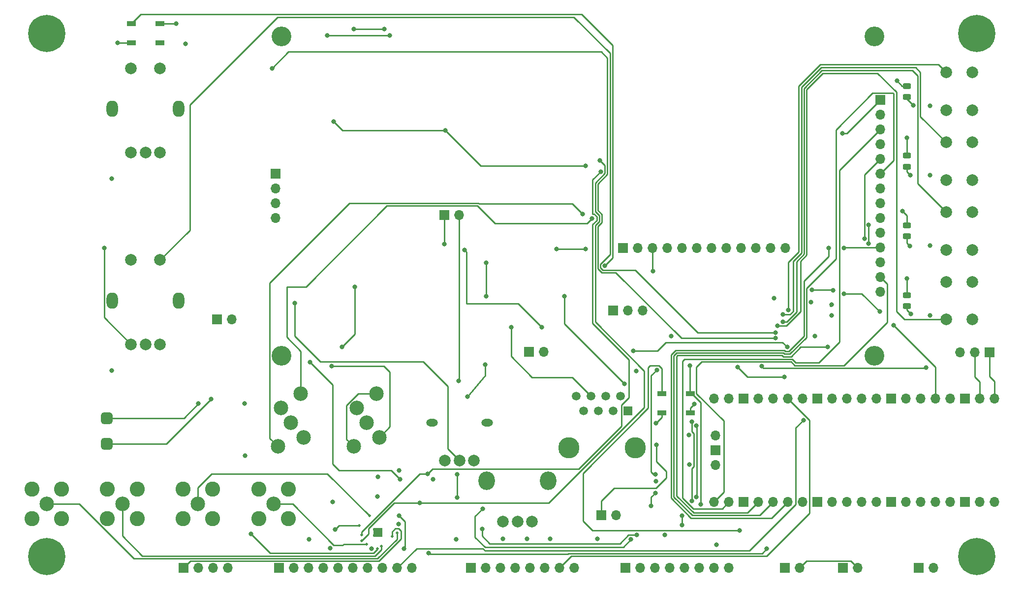
<source format=gbl>
%TF.GenerationSoftware,KiCad,Pcbnew,7.0.10-7.0.10~ubuntu22.04.1*%
%TF.CreationDate,2024-01-04T09:02:15-08:00*%
%TF.ProjectId,YamhillFrontPanel,59616d68-696c-46c4-9672-6f6e7450616e,A*%
%TF.SameCoordinates,Original*%
%TF.FileFunction,Copper,L4,Bot*%
%TF.FilePolarity,Positive*%
%FSLAX46Y46*%
G04 Gerber Fmt 4.6, Leading zero omitted, Abs format (unit mm)*
G04 Created by KiCad (PCBNEW 7.0.10-7.0.10~ubuntu22.04.1) date 2024-01-04 09:02:15*
%MOMM*%
%LPD*%
G01*
G04 APERTURE LIST*
G04 Aperture macros list*
%AMRoundRect*
0 Rectangle with rounded corners*
0 $1 Rounding radius*
0 $2 $3 $4 $5 $6 $7 $8 $9 X,Y pos of 4 corners*
0 Add a 4 corners polygon primitive as box body*
4,1,4,$2,$3,$4,$5,$6,$7,$8,$9,$2,$3,0*
0 Add four circle primitives for the rounded corners*
1,1,$1+$1,$2,$3*
1,1,$1+$1,$4,$5*
1,1,$1+$1,$6,$7*
1,1,$1+$1,$8,$9*
0 Add four rect primitives between the rounded corners*
20,1,$1+$1,$2,$3,$4,$5,0*
20,1,$1+$1,$4,$5,$6,$7,0*
20,1,$1+$1,$6,$7,$8,$9,0*
20,1,$1+$1,$8,$9,$2,$3,0*%
G04 Aperture macros list end*
%TA.AperFunction,ComponentPad*%
%ADD10C,0.560000*%
%TD*%
%TA.AperFunction,SMDPad,CuDef*%
%ADD11R,1.550000X1.550000*%
%TD*%
%TA.AperFunction,WasherPad*%
%ADD12O,2.000000X1.300000*%
%TD*%
%TA.AperFunction,ComponentPad*%
%ADD13C,2.000000*%
%TD*%
%TA.AperFunction,SMDPad,CuDef*%
%ADD14RoundRect,0.500000X0.500000X0.500000X-0.500000X0.500000X-0.500000X-0.500000X0.500000X-0.500000X0*%
%TD*%
%TA.AperFunction,ComponentPad*%
%ADD15O,2.800000X3.200000*%
%TD*%
%TA.AperFunction,ComponentPad*%
%ADD16C,2.500000*%
%TD*%
%TA.AperFunction,ComponentPad*%
%ADD17C,2.600000*%
%TD*%
%TA.AperFunction,ComponentPad*%
%ADD18R,1.700000X1.700000*%
%TD*%
%TA.AperFunction,ComponentPad*%
%ADD19O,1.700000X1.700000*%
%TD*%
%TA.AperFunction,ComponentPad*%
%ADD20C,0.800000*%
%TD*%
%TA.AperFunction,ComponentPad*%
%ADD21C,6.400000*%
%TD*%
%TA.AperFunction,SMDPad,CuDef*%
%ADD22R,1.500000X0.900000*%
%TD*%
%TA.AperFunction,WasherPad*%
%ADD23C,3.650000*%
%TD*%
%TA.AperFunction,ComponentPad*%
%ADD24R,1.500000X1.500000*%
%TD*%
%TA.AperFunction,ComponentPad*%
%ADD25C,1.500000*%
%TD*%
%TA.AperFunction,SMDPad,CuDef*%
%ADD26RoundRect,0.243750X-0.456250X0.243750X-0.456250X-0.243750X0.456250X-0.243750X0.456250X0.243750X0*%
%TD*%
%TA.AperFunction,WasherPad*%
%ADD27C,3.400000*%
%TD*%
%TA.AperFunction,WasherPad*%
%ADD28O,2.000000X2.800000*%
%TD*%
%TA.AperFunction,ViaPad*%
%ADD29C,0.800000*%
%TD*%
%TA.AperFunction,ViaPad*%
%ADD30C,0.500000*%
%TD*%
%TA.AperFunction,Conductor*%
%ADD31C,0.250000*%
%TD*%
G04 APERTURE END LIST*
D10*
%TO.P,U5,21,GND*%
%TO.N,GNDD*%
X111425000Y-140375000D03*
X112475000Y-141425000D03*
D11*
X111950000Y-140900000D03*
D10*
X112475000Y-140375000D03*
X111425000Y-141425000D03*
%TD*%
D12*
%TO.P,R42,*%
%TO.N,*%
X130750000Y-122000000D03*
X121250000Y-122000000D03*
D13*
%TO.P,R42,1,1*%
%TO.N,Net-(J19-Pin_2)*%
X123500000Y-128500000D03*
%TO.P,R42,2,2*%
%TO.N,Net-(C39-Pad2)*%
X126000000Y-128500000D03*
%TO.P,R42,3,3*%
%TO.N,GND*%
X128500000Y-128500000D03*
%TD*%
D14*
%TO.P,J20,1,Pin_1*%
%TO.N,Net-(J20-Pin_1)*%
X65300000Y-121200000D03*
%TO.P,J20,2,Pin_2*%
%TO.N,Net-(J20-Pin_2)*%
X65300000Y-125600000D03*
%TD*%
D13*
%TO.P,S2,1,1*%
%TO.N,GNDD*%
X214250000Y-73750000D03*
%TO.P,S2,2,2*%
X214250000Y-80250000D03*
%TO.P,S2,3,3*%
%TO.N,Net-(U6-P01)*%
X209750000Y-73750000D03*
%TO.P,S2,4,4*%
X209750000Y-80250000D03*
%TD*%
%TO.P,S4,1,1*%
%TO.N,GNDD*%
X214250000Y-97750000D03*
%TO.P,S4,2,2*%
X214250000Y-104250000D03*
%TO.P,S4,3,3*%
%TO.N,Net-(U6-P03)*%
X209750000Y-97750000D03*
%TO.P,S4,4,4*%
X209750000Y-104250000D03*
%TD*%
%TO.P,S3,1,1*%
%TO.N,GNDD*%
X214250000Y-85750000D03*
%TO.P,S3,2,2*%
X214250000Y-92250000D03*
%TO.P,S3,3,3*%
%TO.N,Net-(U6-P02)*%
X209750000Y-85750000D03*
%TO.P,S3,4,4*%
X209750000Y-92250000D03*
%TD*%
%TO.P,S1,1,1*%
%TO.N,GNDD*%
X214250000Y-61750000D03*
%TO.P,S1,2,2*%
X214250000Y-68250000D03*
%TO.P,S1,3,3*%
%TO.N,Net-(U6-P00)*%
X209750000Y-61750000D03*
%TO.P,S1,4,4*%
X209750000Y-68250000D03*
%TD*%
D15*
%TO.P,R26,*%
%TO.N,*%
X130700000Y-132000000D03*
X141300000Y-132000000D03*
D13*
%TO.P,R26,1*%
%TO.N,Net-(C26-Pad2)*%
X138500000Y-139000000D03*
%TO.P,R26,2*%
%TO.N,Net-(C28-Pad1)*%
X136000000Y-139000000D03*
%TO.P,R26,3*%
%TO.N,GND*%
X133500000Y-139000000D03*
%TD*%
D16*
%TO.P,J2,G*%
%TO.N,GNDD*%
X97000000Y-122000000D03*
%TO.P,J2,S*%
%TO.N,PDL_B*%
X94800000Y-126100000D03*
%TO.P,J2,SN*%
%TO.N,unconnected-(J2-PadSN)*%
X99200000Y-124500000D03*
%TO.P,J2,T*%
%TO.N,PDL_A*%
X98700000Y-117000000D03*
%TO.P,J2,TN*%
%TO.N,unconnected-(J2-PadTN)*%
X95300000Y-119500000D03*
%TD*%
%TO.P,J21,G*%
%TO.N,GND*%
X110000000Y-122000000D03*
%TO.P,J21,S*%
%TO.N,Net-(C40-Pad2)*%
X107800000Y-126100000D03*
%TO.P,J21,SN*%
%TO.N,Net-(U9-HPSENSE)*%
X112200000Y-124500000D03*
%TO.P,J21,T*%
%TO.N,Net-(C40-Pad2)*%
X111700000Y-117000000D03*
%TO.P,J21,TN*%
%TO.N,unconnected-(J21-PadTN)*%
X108300000Y-119500000D03*
%TD*%
%TO.P,J8,1,In*%
%TO.N,CLK0*%
X55000000Y-136000000D03*
D17*
%TO.P,J8,2,Ext*%
%TO.N,GNDD*%
X52450000Y-133450000D03*
X52450000Y-138550000D03*
X57550000Y-133450000D03*
X57550000Y-138550000D03*
%TD*%
D16*
%TO.P,J13,1,In*%
%TO.N,CLK4*%
X81000000Y-136000000D03*
D17*
%TO.P,J13,2,Ext*%
%TO.N,GNDD*%
X78450000Y-133450000D03*
X78450000Y-138550000D03*
X83550000Y-133450000D03*
X83550000Y-138550000D03*
%TD*%
D16*
%TO.P,J11,1,In*%
%TO.N,CLK2*%
X68000000Y-136000000D03*
D17*
%TO.P,J11,2,Ext*%
%TO.N,GNDD*%
X65450000Y-133450000D03*
X65450000Y-138550000D03*
X70550000Y-133450000D03*
X70550000Y-138550000D03*
%TD*%
D16*
%TO.P,J14,1,In*%
%TO.N,Net-(J14-In)*%
X94000000Y-136000000D03*
D17*
%TO.P,J14,2,Ext*%
%TO.N,GNDD*%
X91450000Y-133450000D03*
X91450000Y-138550000D03*
X96550000Y-133450000D03*
X96550000Y-138550000D03*
%TD*%
D18*
%TO.P,J10,1,Pin_1*%
%TO.N,Net-(J10-Pin_1)*%
X154600000Y-147000000D03*
D19*
%TO.P,J10,2,Pin_2*%
%TO.N,GNDD*%
X157140000Y-147000000D03*
%TO.P,J10,3,Pin_3*%
%TO.N,Net-(J10-Pin_3)*%
X159680000Y-147000000D03*
%TO.P,J10,4,Pin_4*%
%TO.N,GNDD*%
X162220000Y-147000000D03*
%TO.P,J10,5,Pin_5*%
%TO.N,Net-(J10-Pin_5)*%
X164760000Y-147000000D03*
%TO.P,J10,6,Pin_6*%
%TO.N,GNDD*%
X167300000Y-147000000D03*
%TO.P,J10,7,Pin_7*%
%TO.N,Net-(J10-Pin_7)*%
X169840000Y-147000000D03*
%TO.P,J10,8,Pin_8*%
%TO.N,GNDD*%
X172380000Y-147000000D03*
%TD*%
D18*
%TO.P,J17,1,Pin_1*%
%TO.N,MIC_SAMPLE*%
X150425000Y-137900000D03*
D19*
%TO.P,J17,2,Pin_2*%
%TO.N,GND*%
X152965000Y-137900000D03*
%TD*%
D18*
%TO.P,J15,1,Pin_1*%
%TO.N,Net-(J15-Pin_1)*%
X137960000Y-109800000D03*
D19*
%TO.P,J15,2,Pin_2*%
%TO.N,Net-(J15-Pin_2)*%
X140500000Y-109800000D03*
%TD*%
D18*
%TO.P,J1,1,Pin_1*%
%TO.N,+3.3V*%
X182000000Y-147000000D03*
D19*
%TO.P,J1,2,Pin_2*%
%TO.N,GND*%
X184540000Y-147000000D03*
%TD*%
D20*
%TO.P,H3,1,1*%
%TO.N,GNDD*%
X52600000Y-145000000D03*
X53302944Y-143302944D03*
X53302944Y-146697056D03*
X55000000Y-142600000D03*
D21*
X55000000Y-145000000D03*
D20*
X55000000Y-147400000D03*
X56697056Y-143302944D03*
X56697056Y-146697056D03*
X57400000Y-145000000D03*
%TD*%
D18*
%TO.P,J9,1,Pin_1*%
%TO.N,CLK1*%
X78520000Y-147000000D03*
D19*
%TO.P,J9,2,Pin_2*%
%TO.N,GNDD*%
X81060000Y-147000000D03*
%TO.P,J9,3,Pin_3*%
%TO.N,CLK3*%
X83600000Y-147000000D03*
%TO.P,J9,4,Pin_4*%
%TO.N,GNDD*%
X86140000Y-147000000D03*
%TD*%
%TO.P,U3,1,GPIO0*%
%TO.N,Net-(J5-Pin_1)*%
X218100000Y-117820000D03*
%TO.P,U3,2,GPIO1*%
%TO.N,Net-(J5-Pin_2)*%
X215560000Y-117820000D03*
D18*
%TO.P,U3,3,GND*%
%TO.N,GNDD*%
X213020000Y-117820000D03*
D19*
%TO.P,U3,4,GPIO2*%
%TO.N,PTT*%
X210480000Y-117820000D03*
%TO.P,U3,5,GPIO3*%
%TO.N,GPIO_INT*%
X207940000Y-117820000D03*
%TO.P,U3,6,GPIO4*%
%TO.N,SDA*%
X205400000Y-117820000D03*
%TO.P,U3,7,GPIO5*%
%TO.N,SCL*%
X202860000Y-117820000D03*
D18*
%TO.P,U3,8,GND*%
%TO.N,GNDD*%
X200320000Y-117820000D03*
D19*
%TO.P,U3,9,GPIO6*%
%TO.N,ENC1_A*%
X197780000Y-117820000D03*
%TO.P,U3,10,GPIO7*%
%TO.N,ENC1_B*%
X195240000Y-117820000D03*
%TO.P,U3,11,GPIO8*%
%TO.N,ENC2_A*%
X192700000Y-117820000D03*
%TO.P,U3,12,GPIO9*%
%TO.N,ENC2_B*%
X190160000Y-117820000D03*
D18*
%TO.P,U3,13,GND*%
%TO.N,GNDD*%
X187620000Y-117820000D03*
D19*
%TO.P,U3,14,GPIO10*%
%TO.N,TX*%
X185080000Y-117820000D03*
%TO.P,U3,15,GPIO11*%
%TO.N,MUTE*%
X182540000Y-117820000D03*
%TO.P,U3,16,GPIO12*%
%TO.N,LCD_RESET*%
X180000000Y-117820000D03*
%TO.P,U3,17,GPIO13*%
%TO.N,LCD_DC*%
X177460000Y-117820000D03*
D18*
%TO.P,U3,18,GND*%
%TO.N,GNDD*%
X174920000Y-117820000D03*
D19*
%TO.P,U3,19,GPIO14*%
%TO.N,PDL_A*%
X172380000Y-117820000D03*
%TO.P,U3,20,GPIO15*%
%TO.N,PDL_B*%
X169840000Y-117820000D03*
%TO.P,U3,21,GPIO16*%
%TO.N,SPI_RX*%
X169840000Y-135600000D03*
%TO.P,U3,22,GPIO17*%
%TO.N,LCD_CS*%
X172380000Y-135600000D03*
D18*
%TO.P,U3,23,GND*%
%TO.N,GNDD*%
X174920000Y-135600000D03*
D19*
%TO.P,U3,24,GPIO18*%
%TO.N,SPI_SCK*%
X177460000Y-135600000D03*
%TO.P,U3,25,GPIO19*%
%TO.N,SPI_TX*%
X180000000Y-135600000D03*
%TO.P,U3,26,GPIO20*%
%TO.N,TS_CS*%
X182540000Y-135600000D03*
%TO.P,U3,27,GPIO21*%
%TO.N,WS2812*%
X185080000Y-135600000D03*
D18*
%TO.P,U3,28,GND*%
%TO.N,GNDD*%
X187620000Y-135600000D03*
D19*
%TO.P,U3,29,GPIO22*%
%TO.N,MCU_DAC*%
X190160000Y-135600000D03*
%TO.P,U3,30,RUN*%
%TO.N,unconnected-(U3-RUN-Pad30)*%
X192700000Y-135600000D03*
%TO.P,U3,31,GPIO26_ADC0*%
%TO.N,Q_SAMPLE*%
X195240000Y-135600000D03*
%TO.P,U3,32,GPIO27_ADC1*%
%TO.N,I_SAMPLE*%
X197780000Y-135600000D03*
D18*
%TO.P,U3,33,AGND*%
%TO.N,GNDD*%
X200320000Y-135600000D03*
D19*
%TO.P,U3,34,GPIO28_ADC2*%
%TO.N,MIC_SAMPLE*%
X202860000Y-135600000D03*
%TO.P,U3,35,ADC_VREF*%
%TO.N,ADC_VREF*%
X205400000Y-135600000D03*
%TO.P,U3,36,3V3*%
%TO.N,unconnected-(U3-3V3-Pad36)*%
X207940000Y-135600000D03*
%TO.P,U3,37,3V3_EN*%
%TO.N,unconnected-(U3-3V3_EN-Pad37)*%
X210480000Y-135600000D03*
D18*
%TO.P,U3,38,GND*%
%TO.N,GNDD*%
X213020000Y-135600000D03*
D19*
%TO.P,U3,39,VSYS*%
%TO.N,Net-(D1-K)*%
X215560000Y-135600000D03*
%TO.P,U3,40,VBUS*%
%TO.N,Net-(J4-Pin_1)*%
X218100000Y-135600000D03*
%TO.P,U3,41,SWCLK*%
%TO.N,unconnected-(U3-SWCLK-Pad41)*%
X170070000Y-124170000D03*
D18*
%TO.P,U3,42,GND*%
%TO.N,GNDD*%
X170070000Y-126710000D03*
D19*
%TO.P,U3,43,SWDIO*%
%TO.N,unconnected-(U3-SWDIO-Pad43)*%
X170070000Y-129250000D03*
%TD*%
D18*
%TO.P,J3,1,Pin_1*%
%TO.N,+5V*%
X192000000Y-147000000D03*
D19*
%TO.P,J3,2,Pin_2*%
%TO.N,GND*%
X194540000Y-147000000D03*
%TD*%
D18*
%TO.P,J4,1,Pin_1*%
%TO.N,Net-(J4-Pin_1)*%
X205000000Y-147000000D03*
D19*
%TO.P,J4,2,Pin_2*%
%TO.N,+5V*%
X207540000Y-147000000D03*
%TD*%
D18*
%TO.P,J19,1,Pin_1*%
%TO.N,I_SAMPLE*%
X123400000Y-86300000D03*
D19*
%TO.P,J19,2,Pin_2*%
%TO.N,Net-(J19-Pin_2)*%
X125940000Y-86300000D03*
%TD*%
D20*
%TO.P,H4,1,1*%
%TO.N,GNDD*%
X212600000Y-145000000D03*
X213302944Y-143302944D03*
X213302944Y-146697056D03*
X215000000Y-142600000D03*
D21*
X215000000Y-145000000D03*
D20*
X215000000Y-147400000D03*
X216697056Y-143302944D03*
X216697056Y-146697056D03*
X217400000Y-145000000D03*
%TD*%
D18*
%TO.P,J22,1,Pin_1*%
%TO.N,Net-(J22-Pin_1)*%
X152460000Y-102700000D03*
D19*
%TO.P,J22,2,Pin_2*%
%TO.N,Net-(J22-Pin_2)*%
X155000000Y-102700000D03*
%TO.P,J22,3,Pin_3*%
%TO.N,GND*%
X157540000Y-102700000D03*
%TD*%
D20*
%TO.P,H1,1,1*%
%TO.N,GNDD*%
X52600000Y-55000000D03*
X53302944Y-53302944D03*
X53302944Y-56697056D03*
X55000000Y-52600000D03*
D21*
X55000000Y-55000000D03*
D20*
X55000000Y-57400000D03*
X56697056Y-53302944D03*
X56697056Y-56697056D03*
X57400000Y-55000000D03*
%TD*%
D18*
%TO.P,J18,1,Pin_1*%
%TO.N,Net-(J18-Pin_1)*%
X84300000Y-104200000D03*
D19*
%TO.P,J18,2,Pin_2*%
%TO.N,GND*%
X86840000Y-104200000D03*
%TD*%
D18*
%TO.P,J12,1,Pin_1*%
%TO.N,MUTE*%
X128000000Y-147000000D03*
D19*
%TO.P,J12,2,Pin_2*%
%TO.N,GNDD*%
X130540000Y-147000000D03*
%TO.P,J12,3,Pin_3*%
%TO.N,MUTE*%
X133080000Y-147000000D03*
%TO.P,J12,4,Pin_4*%
%TO.N,GNDD*%
X135620000Y-147000000D03*
%TO.P,J12,5,Pin_5*%
%TO.N,MUTE*%
X138160000Y-147000000D03*
%TO.P,J12,6,Pin_6*%
%TO.N,GNDD*%
X140700000Y-147000000D03*
%TO.P,J12,7,Pin_7*%
%TO.N,MUTE*%
X143240000Y-147000000D03*
%TO.P,J12,8,Pin_8*%
%TO.N,GNDD*%
X145780000Y-147000000D03*
%TD*%
D18*
%TO.P,J6,1,Pin_1*%
%TO.N,TX*%
X95000000Y-147000000D03*
D19*
%TO.P,J6,2,Pin_2*%
%TO.N,GNDD*%
X97540000Y-147000000D03*
%TO.P,J6,3,Pin_3*%
%TO.N,TX*%
X100080000Y-147000000D03*
%TO.P,J6,4,Pin_4*%
%TO.N,GNDD*%
X102620000Y-147000000D03*
%TO.P,J6,5,Pin_5*%
%TO.N,TX*%
X105160000Y-147000000D03*
%TO.P,J6,6,Pin_6*%
%TO.N,GNDD*%
X107700000Y-147000000D03*
%TO.P,J6,7,Pin_7*%
%TO.N,TX*%
X110240000Y-147000000D03*
%TO.P,J6,8,Pin_8*%
%TO.N,GNDD*%
X112780000Y-147000000D03*
%TO.P,J6,9,Pin_9*%
%TO.N,TX*%
X115320000Y-147000000D03*
%TO.P,J6,10,Pin_10*%
%TO.N,GNDD*%
X117860000Y-147000000D03*
%TD*%
D20*
%TO.P,H2,1,1*%
%TO.N,GNDD*%
X212600000Y-55000000D03*
X213302944Y-53302944D03*
X213302944Y-56697056D03*
X215000000Y-52600000D03*
D21*
X215000000Y-55000000D03*
D20*
X215000000Y-57400000D03*
X216697056Y-53302944D03*
X216697056Y-56697056D03*
X217400000Y-55000000D03*
%TD*%
D18*
%TO.P,J5,1,Pin_1*%
%TO.N,Net-(J5-Pin_1)*%
X217225000Y-109900000D03*
D19*
%TO.P,J5,2,Pin_2*%
%TO.N,Net-(J5-Pin_2)*%
X214685000Y-109900000D03*
%TO.P,J5,3,Pin_3*%
%TO.N,GNDD*%
X212145000Y-109900000D03*
%TD*%
D18*
%TO.P,J7,1,Pin_1*%
%TO.N,P06*%
X154160000Y-91900000D03*
D19*
%TO.P,J7,2,Pin_2*%
%TO.N,GNDD*%
X156700000Y-91900000D03*
%TO.P,J7,3,Pin_3*%
%TO.N,P07*%
X159240000Y-91900000D03*
%TO.P,J7,4,Pin_4*%
%TO.N,GNDD*%
X161780000Y-91900000D03*
%TO.P,J7,5,Pin_5*%
%TO.N,P10*%
X164320000Y-91900000D03*
%TO.P,J7,6,Pin_6*%
%TO.N,GNDD*%
X166860000Y-91900000D03*
%TO.P,J7,7,Pin_7*%
%TO.N,P11*%
X169400000Y-91900000D03*
%TO.P,J7,8,Pin_8*%
%TO.N,GNDD*%
X171940000Y-91900000D03*
%TO.P,J7,9,Pin_9*%
%TO.N,P12*%
X174480000Y-91900000D03*
%TO.P,J7,10,Pin_10*%
%TO.N,GNDD*%
X177020000Y-91900000D03*
%TO.P,J7,11,Pin_11*%
%TO.N,P13*%
X179560000Y-91900000D03*
%TO.P,J7,12,Pin_12*%
%TO.N,GNDD*%
X182100000Y-91900000D03*
%TD*%
D22*
%TO.P,D2,1,VDD*%
%TO.N,+5V*%
X165700000Y-117000000D03*
%TO.P,D2,2,DOUT*%
%TO.N,Net-(D2-DOUT)*%
X165700000Y-120300000D03*
%TO.P,D2,3,VSS*%
%TO.N,GNDD*%
X160800000Y-120300000D03*
%TO.P,D2,4,DIN*%
%TO.N,Net-(D2-DIN)*%
X160800000Y-117000000D03*
%TD*%
%TO.P,D3,1,VDD*%
%TO.N,+5V*%
X74450000Y-53350000D03*
%TO.P,D3,2,DOUT*%
%TO.N,unconnected-(D3-DOUT-Pad2)*%
X74450000Y-56650000D03*
%TO.P,D3,3,VSS*%
%TO.N,GNDD*%
X69550000Y-56650000D03*
%TO.P,D3,4,DIN*%
%TO.N,Net-(D2-DOUT)*%
X69550000Y-53350000D03*
%TD*%
D23*
%TO.P,J16,*%
%TO.N,*%
X156270000Y-126350000D03*
X144840000Y-126350000D03*
D24*
%TO.P,J16,1*%
%TO.N,unconnected-(J16-Pad1)*%
X155000000Y-120000000D03*
D25*
%TO.P,J16,2*%
%TO.N,GNDD*%
X153730000Y-117460000D03*
%TO.P,J16,3*%
%TO.N,PTT*%
X152460000Y-120000000D03*
%TO.P,J16,4*%
%TO.N,Net-(J15-Pin_2)*%
X151190000Y-117460000D03*
%TO.P,J16,5*%
%TO.N,GND*%
X149920000Y-120000000D03*
%TO.P,J16,6*%
%TO.N,Net-(J16-Pad6)*%
X148650000Y-117460000D03*
%TO.P,J16,7*%
%TO.N,unconnected-(J16-Pad7)*%
X147380000Y-120000000D03*
%TO.P,J16,8*%
%TO.N,unconnected-(J16-Pad8)*%
X146110000Y-117460000D03*
%TD*%
D26*
%TO.P,D5,1,K*%
%TO.N,Net-(D5-K)*%
X203000000Y-76062500D03*
%TO.P,D5,2,A*%
%TO.N,+3.3V*%
X203000000Y-77937500D03*
%TD*%
%TO.P,D4,1,K*%
%TO.N,Net-(D4-K)*%
X203000000Y-64062500D03*
%TO.P,D4,2,A*%
%TO.N,+3.3V*%
X203000000Y-65937500D03*
%TD*%
%TO.P,D7,1,K*%
%TO.N,Net-(D7-K)*%
X203000000Y-100062500D03*
%TO.P,D7,2,A*%
%TO.N,+3.3V*%
X203000000Y-101937500D03*
%TD*%
%TO.P,D6,1,K*%
%TO.N,Net-(D6-K)*%
X203000000Y-88062500D03*
%TO.P,D6,2,A*%
%TO.N,+3.3V*%
X203000000Y-89937500D03*
%TD*%
D27*
%TO.P,U1,*%
%TO.N,*%
X95400000Y-55550000D03*
X95400000Y-110450000D03*
X197400000Y-55550000D03*
X197400000Y-110450000D03*
D18*
%TO.P,U1,1,Pin_1*%
%TO.N,+5V*%
X198400000Y-66490000D03*
D19*
%TO.P,U1,2,Pin_2*%
%TO.N,GNDD*%
X198400000Y-69030000D03*
%TO.P,U1,3,Pin_3*%
%TO.N,LCD_CS*%
X198400000Y-71570000D03*
%TO.P,U1,4,Pin_4*%
%TO.N,LCD_RESET*%
X198400000Y-74110000D03*
%TO.P,U1,5,Pin_5*%
%TO.N,LCD_DC*%
X198400000Y-76650000D03*
%TO.P,U1,6,Pin_6*%
%TO.N,SPI_TX*%
X198400000Y-79190000D03*
%TO.P,U1,7,Pin_7*%
%TO.N,SPI_SCK*%
X198400000Y-81730000D03*
%TO.P,U1,8,Pin_8*%
%TO.N,+3.3V*%
X198400000Y-84270000D03*
%TO.P,U1,9,Pin_9*%
%TO.N,unconnected-(U1-Pin_9-Pad9)*%
X198400000Y-86810000D03*
%TO.P,U1,10,Pin_10*%
%TO.N,SPI_SCK*%
X198400000Y-89350000D03*
%TO.P,U1,11,Pin_11*%
%TO.N,TS_CS*%
X198400000Y-91890000D03*
%TO.P,U1,12,Pin_12*%
%TO.N,SPI_TX*%
X198400000Y-94430000D03*
%TO.P,U1,13,Pin_13*%
%TO.N,SPI_RX*%
X198400000Y-96970000D03*
%TO.P,U1,14,Pin_14*%
%TO.N,unconnected-(U1-Pin_14-Pad14)*%
X198400000Y-99510000D03*
D18*
%TO.P,U1,15*%
%TO.N,N/C*%
X94400000Y-79190000D03*
D19*
%TO.P,U1,16*%
X94400000Y-81730000D03*
%TO.P,U1,17*%
X94400000Y-84270000D03*
%TO.P,U1,18*%
X94400000Y-86810000D03*
%TD*%
D28*
%TO.P,SW1,*%
%TO.N,*%
X77700000Y-101000000D03*
X66300000Y-101000000D03*
D13*
%TO.P,SW1,A,A*%
%TO.N,ENC1_A*%
X74500000Y-108500000D03*
%TO.P,SW1,B,B*%
%TO.N,ENC1_B*%
X69500000Y-108500000D03*
%TO.P,SW1,C,C*%
%TO.N,GNDD*%
X72000000Y-108500000D03*
%TO.P,SW1,S1,S1*%
%TO.N,ENC1_SW*%
X74500000Y-94000000D03*
%TO.P,SW1,S2,S2*%
%TO.N,GNDD*%
X69500000Y-94000000D03*
%TD*%
D28*
%TO.P,SW2,*%
%TO.N,*%
X77700000Y-68000000D03*
X66300000Y-68000000D03*
D13*
%TO.P,SW2,A,A*%
%TO.N,ENC2_A*%
X74500000Y-75500000D03*
%TO.P,SW2,B,B*%
%TO.N,ENC2_B*%
X69500000Y-75500000D03*
%TO.P,SW2,C,C*%
%TO.N,GNDD*%
X72000000Y-75500000D03*
%TO.P,SW2,S1,S1*%
%TO.N,ENC2_SW*%
X74500000Y-61000000D03*
%TO.P,SW2,S2,S2*%
%TO.N,GNDD*%
X69500000Y-61000000D03*
%TD*%
D29*
%TO.N,GNDD*%
X180100000Y-100600000D03*
X190000000Y-103500000D03*
X78900000Y-56800000D03*
X187200000Y-107100000D03*
X89100000Y-127700000D03*
X89000000Y-118700000D03*
X207000000Y-79400000D03*
X207000000Y-103500000D03*
X207000000Y-91500000D03*
X207000000Y-67500000D03*
X66200000Y-113000000D03*
X104200000Y-135600000D03*
X170200000Y-143000000D03*
X103800000Y-143600000D03*
X66200000Y-80000000D03*
X159800000Y-132100000D03*
X159800000Y-122100000D03*
X165500000Y-124100000D03*
X165600000Y-129200000D03*
X156400000Y-113100000D03*
X162400000Y-107100000D03*
X125400000Y-142100000D03*
X115500000Y-139400000D03*
X67200000Y-56600000D03*
X111900000Y-134700000D03*
X161300000Y-141300000D03*
X110900000Y-143700000D03*
%TO.N,+3.3V*%
X203700000Y-103300000D03*
X203500000Y-91600000D03*
X203600000Y-79400000D03*
X204100000Y-67400000D03*
X115600000Y-130200000D03*
X121500000Y-131700000D03*
X112000000Y-131300000D03*
X100100000Y-142100000D03*
%TO.N,Net-(J19-Pin_2)*%
X125900000Y-114800000D03*
%TO.N,Net-(J20-Pin_1)*%
X81100000Y-118700000D03*
%TO.N,Net-(J20-Pin_2)*%
X83300000Y-117900000D03*
%TO.N,GNDD*%
X137600000Y-142000000D03*
X141600000Y-142000000D03*
X133500000Y-142000000D03*
X149700000Y-142000000D03*
%TO.N,ENC1_SW*%
X180396689Y-106475390D03*
%TO.N,ENC2_A*%
X107800000Y-54300000D03*
X113100000Y-54300000D03*
%TO.N,ENC2_SW*%
X180424694Y-107475000D03*
X93800000Y-61000000D03*
%TO.N,PDL_B*%
X147200000Y-86100000D03*
%TO.N,PDL_A*%
X148848008Y-86851992D03*
%TO.N,ENC1_B*%
X64900000Y-91900000D03*
%TO.N,ENC2_B*%
X103300000Y-55400000D03*
X114000000Y-55400000D03*
%TO.N,+5V*%
X105800000Y-109000000D03*
X130400000Y-112000000D03*
X127400000Y-117500000D03*
X77300000Y-53300000D03*
X108000000Y-98600000D03*
X167525000Y-136050000D03*
X125600000Y-134900000D03*
X165650000Y-112200000D03*
X125600000Y-130900000D03*
X191900000Y-72200000D03*
%TO.N,+3.3V*%
X186475000Y-101289211D03*
X190028752Y-101675000D03*
%TO.N,Net-(U6-P00)*%
X182600000Y-102649500D03*
%TO.N,Net-(U6-P01)*%
X181700000Y-103400000D03*
%TO.N,Net-(U6-P02)*%
X181700000Y-104600000D03*
%TO.N,Net-(U6-P03)*%
X180700000Y-105300000D03*
%TO.N,Net-(C25-Pad1)*%
X142700000Y-92100000D03*
X147700000Y-92100000D03*
%TO.N,PTT*%
X182400000Y-109000000D03*
X155900000Y-109600000D03*
X206300000Y-112500000D03*
X178000000Y-112300000D03*
%TO.N,MIC_SAMPLE*%
X159925000Y-125802450D03*
X144100000Y-100200000D03*
X154400000Y-115300000D03*
%TO.N,Net-(C31-Pad1)*%
X130635000Y-100200000D03*
X130635000Y-94500000D03*
%TO.N,MCU_DAC*%
X115800000Y-131700000D03*
X100300000Y-111600000D03*
X116500000Y-143700000D03*
X115600000Y-138000000D03*
X178900000Y-143700000D03*
X120700000Y-144400000D03*
%TO.N,I_SAMPLE*%
X160000000Y-112900000D03*
X159724500Y-130900000D03*
X140200000Y-105600000D03*
X126900000Y-92300000D03*
X123400000Y-91300000D03*
%TO.N,Net-(C39-Pad2)*%
X97700000Y-101400000D03*
%TO.N,Net-(D2-DOUT)*%
X166400000Y-118800000D03*
X151000000Y-95000000D03*
%TO.N,Net-(D2-DIN)*%
X174200000Y-140500004D03*
%TO.N,Net-(D4-K)*%
X201306049Y-63193951D03*
%TO.N,Net-(D5-K)*%
X203000000Y-73000000D03*
%TO.N,Net-(D6-K)*%
X202249017Y-85573616D03*
%TO.N,Net-(D7-K)*%
X203000000Y-97200000D03*
%TO.N,TX*%
X185187653Y-121575000D03*
%TO.N,P07*%
X159348008Y-95951992D03*
D30*
%TO.N,CLK0*%
X115262653Y-140962653D03*
%TO.N,CLK1*%
X114426255Y-141555610D03*
%TO.N,CLK3*%
X111900000Y-143700000D03*
D29*
X90100000Y-141100000D03*
D30*
%TO.N,CLK2*%
X112572900Y-143227100D03*
D29*
%TO.N,MUTE*%
X173900000Y-112400000D03*
X147700000Y-77800000D03*
X104400000Y-70200000D03*
X181900000Y-114100000D03*
X123600000Y-71700000D03*
D30*
%TO.N,CLK4*%
X110500000Y-138000000D03*
%TO.N,Net-(J14-In)*%
X110013599Y-142875000D03*
D29*
%TO.N,Net-(J16-Pad6)*%
X134900000Y-105600000D03*
%TO.N,ADC_VREF*%
X159000000Y-136300000D03*
X159700000Y-134100000D03*
%TO.N,GPIO_INT*%
X192200000Y-99825000D03*
X186675000Y-99100000D03*
X190325000Y-99220372D03*
X200750000Y-105250000D03*
X198300000Y-102900000D03*
D30*
%TO.N,Net-(U5-VC{slash}INTR)*%
X108800000Y-139700000D03*
D29*
X104600000Y-140400000D03*
%TO.N,SCL*%
X166000000Y-121800000D03*
X166000000Y-135500000D03*
X164300000Y-138000000D03*
X164286269Y-139625000D03*
X155500000Y-142100000D03*
X130000000Y-136800000D03*
%TO.N,SDA*%
X129900000Y-140300000D03*
X156500000Y-141300000D03*
X166800000Y-122525000D03*
X166800000Y-134800000D03*
%TO.N,Net-(U9-HPSENSE)*%
X104000000Y-112300000D03*
%TO.N,LCD_RESET*%
X196424500Y-88000000D03*
X196424500Y-91165500D03*
%TO.N,LCD_DC*%
X195674500Y-90300000D03*
%TO.N,SPI_SCK*%
X189400000Y-109000000D03*
%TO.N,TS_CS*%
X189500000Y-91900000D03*
X192200000Y-91900000D03*
%TO.N,SDA_3V3*%
X119200000Y-135800000D03*
D30*
X109191202Y-142306081D03*
D29*
X150200000Y-76900000D03*
%TO.N,SCL_3V3*%
X150297469Y-78782286D03*
X120500000Y-130800000D03*
D30*
X109197924Y-141274390D03*
%TD*%
D31*
%TO.N,GND*%
X194540000Y-147000000D02*
X193365000Y-145825000D01*
X193365000Y-145825000D02*
X185715000Y-145825000D01*
X185715000Y-145825000D02*
X184540000Y-147000000D01*
%TO.N,ENC2_SW*%
X164186701Y-107475000D02*
X180424694Y-107475000D01*
%TO.N,SDA_3V3*%
X157800000Y-113100000D02*
X149375000Y-104675000D01*
%TO.N,SCL_3V3*%
X153925000Y-122588604D02*
X153925000Y-118925000D01*
%TO.N,ENC2_SW*%
X149825000Y-95486701D02*
X150513299Y-96175000D01*
%TO.N,SDA_3V3*%
X149375000Y-88057412D02*
X150073008Y-87359404D01*
X149375000Y-104675000D02*
X149375000Y-88057412D01*
%TO.N,SCL_3V3*%
X148925000Y-86076992D02*
X148925000Y-80154755D01*
%TO.N,SDA_3V3*%
X141350000Y-135800000D02*
X157800000Y-119350000D01*
%TO.N,ENC2_SW*%
X150513299Y-96175000D02*
X152886701Y-96175000D01*
%TO.N,PDL_A*%
X96300000Y-98600000D02*
X99600000Y-98600000D01*
%TO.N,SDA_3V3*%
X150073008Y-87359404D02*
X150073008Y-86344580D01*
%TO.N,PDL_A*%
X98700000Y-109700000D02*
X96300000Y-107300000D01*
%TO.N,ENC2_SW*%
X151472469Y-79268987D02*
X149825000Y-80916456D01*
%TO.N,PDL_A*%
X99600000Y-98600000D02*
X113500000Y-84700000D01*
%TO.N,SCL_3V3*%
X155200000Y-111136396D02*
X148925000Y-104861396D01*
%TO.N,PDL_A*%
X129100000Y-84700000D02*
X132100000Y-87700000D01*
%TO.N,SCL_3V3*%
X155200000Y-117650000D02*
X155200000Y-111136396D01*
X146563604Y-129950000D02*
X153925000Y-122588604D01*
%TO.N,PDL_A*%
X113500000Y-84700000D02*
X129100000Y-84700000D01*
X96300000Y-107300000D02*
X96300000Y-98600000D01*
%TO.N,SCL_3V3*%
X153925000Y-118925000D02*
X155200000Y-117650000D01*
%TO.N,SDA_3V3*%
X150073008Y-86344580D02*
X149375000Y-85646572D01*
X151022469Y-79082591D02*
X151022469Y-77722469D01*
%TO.N,PDL_A*%
X132100000Y-87700000D02*
X148000000Y-87700000D01*
%TO.N,SDA_3V3*%
X149375000Y-85646572D02*
X149375000Y-80730060D01*
X151022469Y-77722469D02*
X150200000Y-76900000D01*
%TO.N,SCL_3V3*%
X148925000Y-87871016D02*
X149623008Y-87173008D01*
X121350000Y-129950000D02*
X146563604Y-129950000D01*
%TO.N,ENC2_SW*%
X149825000Y-88243808D02*
X149825000Y-95486701D01*
%TO.N,PDL_A*%
X98700000Y-117000000D02*
X98700000Y-109700000D01*
%TO.N,SCL_3V3*%
X149623008Y-86530976D02*
X149169024Y-86076992D01*
%TO.N,ENC2_SW*%
X149825000Y-85460176D02*
X150523008Y-86158184D01*
X151472469Y-59272469D02*
X151472469Y-79268987D01*
%TO.N,SDA_3V3*%
X157800000Y-119350000D02*
X157800000Y-113100000D01*
%TO.N,PDL_A*%
X148000000Y-87700000D02*
X148848008Y-86851992D01*
%TO.N,SCL_3V3*%
X120500000Y-130800000D02*
X121350000Y-129950000D01*
X149169024Y-86076992D02*
X148925000Y-86076992D01*
X149623008Y-87173008D02*
X149623008Y-86530976D01*
X148925000Y-80154755D02*
X150297469Y-78782286D01*
%TO.N,SDA_3V3*%
X149375000Y-80730060D02*
X151022469Y-79082591D01*
%TO.N,ENC2_SW*%
X93800000Y-61000000D02*
X96600000Y-58200000D01*
X152886701Y-96175000D02*
X164186701Y-107475000D01*
X149825000Y-80916456D02*
X149825000Y-85460176D01*
%TO.N,SDA_3V3*%
X119200000Y-135800000D02*
X141350000Y-135800000D01*
%TO.N,ENC2_SW*%
X150523008Y-86158184D02*
X150523008Y-87545800D01*
X150400000Y-58200000D02*
X151472469Y-59272469D01*
X150523008Y-87545800D02*
X149825000Y-88243808D01*
X96600000Y-58200000D02*
X150400000Y-58200000D01*
%TO.N,SCL_3V3*%
X148925000Y-104861396D02*
X148925000Y-87871016D01*
%TO.N,P07*%
X159240000Y-95843984D02*
X159348008Y-95951992D01*
X159240000Y-91900000D02*
X159240000Y-95843984D01*
%TO.N,+5V*%
X127400000Y-117500000D02*
X130400000Y-113900000D01*
X130400000Y-113900000D02*
X130400000Y-112000000D01*
%TO.N,Net-(J14-In)*%
X105935193Y-143068791D02*
X106078984Y-142925000D01*
X106078984Y-142925000D02*
X109963599Y-142925000D01*
X104364807Y-143068791D02*
X105935193Y-143068791D01*
X97296016Y-136000000D02*
X104364807Y-143068791D01*
X94000000Y-136000000D02*
X97296016Y-136000000D01*
X109963599Y-142925000D02*
X110013599Y-142875000D01*
%TO.N,GNDD*%
X160800000Y-120300000D02*
X160800000Y-121100000D01*
X160800000Y-121100000D02*
X159800000Y-122100000D01*
%TO.N,SCL*%
X166375000Y-123878984D02*
X166000000Y-123503984D01*
X166375000Y-129521016D02*
X166375000Y-123878984D01*
X166000000Y-129896016D02*
X166375000Y-129521016D01*
X166000000Y-135500000D02*
X166000000Y-129896016D01*
X166000000Y-123503984D02*
X166000000Y-121800000D01*
%TO.N,SDA*%
X166800000Y-134800000D02*
X166825000Y-134775000D01*
X166825000Y-134775000D02*
X166825000Y-122550000D01*
X166825000Y-122550000D02*
X166800000Y-122525000D01*
%TO.N,GNDD*%
X69550000Y-56650000D02*
X67250000Y-56650000D01*
X67250000Y-56650000D02*
X67200000Y-56600000D01*
%TO.N,CLK3*%
X111900000Y-143796016D02*
X111900000Y-143700000D01*
%TO.N,CLK2*%
X68000000Y-141500000D02*
X71425000Y-144925000D01*
%TO.N,CLK3*%
X90100000Y-141100000D02*
X93475000Y-144475000D01*
%TO.N,CLK2*%
X111488173Y-144925000D02*
X112572900Y-143840273D01*
%TO.N,CLK3*%
X93475000Y-144475000D02*
X111221016Y-144475000D01*
%TO.N,CLK2*%
X112572900Y-143840273D02*
X112572900Y-143227100D01*
%TO.N,CLK3*%
X111221016Y-144475000D02*
X111900000Y-143796016D01*
%TO.N,CLK2*%
X68000000Y-136000000D02*
X68000000Y-141500000D01*
X71425000Y-144925000D02*
X111488173Y-144925000D01*
%TO.N,+3.3V*%
X203000000Y-101937500D02*
X203000000Y-102600000D01*
X203000000Y-102600000D02*
X203700000Y-103300000D01*
X203000000Y-89937500D02*
X203000000Y-91100000D01*
X203000000Y-91100000D02*
X203500000Y-91600000D01*
X203000000Y-77937500D02*
X203000000Y-78800000D01*
X203000000Y-78800000D02*
X203600000Y-79400000D01*
X203000000Y-65937500D02*
X203000000Y-66300000D01*
X203000000Y-66300000D02*
X204100000Y-67400000D01*
%TO.N,CLK1*%
X114426255Y-141555610D02*
X114426255Y-140773745D01*
X114426255Y-140773745D02*
X114962348Y-140237653D01*
X114962348Y-140237653D02*
X115562958Y-140237653D01*
X115562958Y-140237653D02*
X115987653Y-140662348D01*
X112107412Y-145825000D02*
X79695000Y-145825000D01*
X115987653Y-140662348D02*
X115987653Y-141944759D01*
X115987653Y-141944759D02*
X112107412Y-145825000D01*
X79695000Y-145825000D02*
X78520000Y-147000000D01*
%TO.N,CLK0*%
X55000000Y-136000000D02*
X60601902Y-136000000D01*
X69976902Y-145375000D02*
X111921016Y-145375000D01*
X111921016Y-145375000D02*
X115262653Y-142033363D01*
X60601902Y-136000000D02*
X69976902Y-145375000D01*
X115262653Y-142033363D02*
X115262653Y-140962653D01*
%TO.N,Net-(J19-Pin_2)*%
X125940000Y-114760000D02*
X125900000Y-114800000D01*
X125940000Y-86300000D02*
X125940000Y-114760000D01*
%TO.N,Net-(J20-Pin_1)*%
X78600000Y-121200000D02*
X65300000Y-121200000D01*
X81100000Y-118700000D02*
X78600000Y-121200000D01*
%TO.N,Net-(J20-Pin_2)*%
X83300000Y-117900000D02*
X75600000Y-125600000D01*
X75600000Y-125600000D02*
X65300000Y-125600000D01*
%TO.N,ENC1_SW*%
X94700000Y-52200000D02*
X145700000Y-52200000D01*
X166975390Y-106475390D02*
X180396689Y-106475390D01*
X151922469Y-93052226D02*
X150275000Y-94699695D01*
X150275000Y-95300305D02*
X150699695Y-95725000D01*
X150699695Y-95725000D02*
X156225000Y-95725000D01*
X79600000Y-67300000D02*
X94700000Y-52200000D01*
X151922469Y-58422469D02*
X151922469Y-93052226D01*
X156225000Y-95725000D02*
X166975390Y-106475390D01*
X150275000Y-94699695D02*
X150275000Y-95300305D01*
X79600000Y-88900000D02*
X79600000Y-67300000D01*
X145700000Y-52200000D02*
X151922469Y-58422469D01*
X74500000Y-94000000D02*
X79600000Y-88900000D01*
%TO.N,ENC2_A*%
X113100000Y-54300000D02*
X107800000Y-54300000D01*
%TO.N,PDL_B*%
X93375000Y-97925000D02*
X93375000Y-124675000D01*
X147200000Y-86100000D02*
X145450000Y-84350000D01*
X107050000Y-84250000D02*
X93375000Y-97925000D01*
X129286396Y-84250000D02*
X107050000Y-84250000D01*
X145450000Y-84350000D02*
X129386396Y-84350000D01*
X129386396Y-84350000D02*
X129286396Y-84250000D01*
X93375000Y-124675000D02*
X94800000Y-126100000D01*
%TO.N,ENC1_B*%
X64900000Y-103900000D02*
X69500000Y-108500000D01*
X64900000Y-91900000D02*
X64900000Y-103900000D01*
%TO.N,ENC2_B*%
X114000000Y-55400000D02*
X103300000Y-55400000D01*
%TO.N,+5V*%
X165650000Y-112200000D02*
X165650000Y-116950000D01*
X192690000Y-72200000D02*
X198400000Y-66490000D01*
X167525000Y-118525000D02*
X167525000Y-136050000D01*
X108000000Y-106800000D02*
X108000000Y-98600000D01*
X125600000Y-134900000D02*
X125600000Y-130900000D01*
X166000000Y-117000000D02*
X167525000Y-118525000D01*
X165700000Y-117000000D02*
X166000000Y-117000000D01*
X191900000Y-72200000D02*
X192690000Y-72200000D01*
X165650000Y-116950000D02*
X165700000Y-117000000D01*
X77250000Y-53350000D02*
X74450000Y-53350000D01*
X105800000Y-109000000D02*
X108000000Y-106800000D01*
X77300000Y-53300000D02*
X77250000Y-53350000D01*
%TO.N,+3.3V*%
X190028752Y-101675000D02*
X189800000Y-101903752D01*
%TO.N,Net-(U6-P00)*%
X182600000Y-102649500D02*
X182600000Y-94400000D01*
X182600000Y-94400000D02*
X184400000Y-92600000D01*
X188100000Y-60400000D02*
X208400000Y-60400000D01*
X208400000Y-60400000D02*
X209750000Y-61750000D01*
X184400000Y-64100000D02*
X188100000Y-60400000D01*
X184400000Y-92600000D02*
X184400000Y-64100000D01*
%TO.N,Net-(U6-P01)*%
X183400000Y-102874805D02*
X183400000Y-94236396D01*
X184850000Y-92786396D02*
X184850000Y-64286396D01*
X188236396Y-60900000D02*
X204500000Y-60900000D01*
X205300000Y-69300000D02*
X209750000Y-73750000D01*
X184850000Y-64286396D02*
X188236396Y-60900000D01*
X205300000Y-61700000D02*
X205300000Y-69300000D01*
X182874805Y-103400000D02*
X183400000Y-102874805D01*
X204500000Y-60900000D02*
X205300000Y-61700000D01*
X181700000Y-103400000D02*
X182874805Y-103400000D01*
X183400000Y-94236396D02*
X184850000Y-92786396D01*
%TO.N,Net-(U6-P02)*%
X185300000Y-92972792D02*
X185300000Y-64472792D01*
X204850000Y-80850000D02*
X209750000Y-85750000D01*
X204850000Y-62350000D02*
X204850000Y-80850000D01*
X203900000Y-61400000D02*
X204850000Y-62350000D01*
X185300000Y-64472792D02*
X188372792Y-61400000D01*
X184000000Y-94272792D02*
X185300000Y-92972792D01*
X182311201Y-104600000D02*
X184000000Y-102911201D01*
X184000000Y-102911201D02*
X184000000Y-94272792D01*
X188372792Y-61400000D02*
X203900000Y-61400000D01*
X181700000Y-104600000D02*
X182311201Y-104600000D01*
%TO.N,Net-(U6-P03)*%
X201200000Y-65100000D02*
X201200000Y-102900000D01*
X188559188Y-61850000D02*
X197950000Y-61850000D01*
X185750000Y-93159188D02*
X185750000Y-64659188D01*
X184700000Y-102847597D02*
X184700000Y-94209188D01*
X180725000Y-105325000D02*
X182222597Y-105325000D01*
X185750000Y-64659188D02*
X188559188Y-61850000D01*
X197950000Y-61850000D02*
X201200000Y-65100000D01*
X180700000Y-105300000D02*
X180725000Y-105325000D01*
X202550000Y-104250000D02*
X209750000Y-104250000D01*
X184700000Y-94209188D02*
X185750000Y-93159188D01*
X201200000Y-102900000D02*
X202550000Y-104250000D01*
X182222597Y-105325000D02*
X184700000Y-102847597D01*
%TO.N,Net-(C25-Pad1)*%
X142700000Y-92100000D02*
X147700000Y-92100000D01*
%TO.N,PTT*%
X160100000Y-109600000D02*
X161500000Y-108200000D01*
X181600000Y-108200000D02*
X182400000Y-109000000D01*
X161500000Y-108200000D02*
X181600000Y-108200000D01*
X178300000Y-112600000D02*
X206200000Y-112600000D01*
X178000000Y-112300000D02*
X178300000Y-112600000D01*
X206200000Y-112600000D02*
X206300000Y-112500000D01*
X155900000Y-109600000D02*
X160100000Y-109600000D01*
%TO.N,MIC_SAMPLE*%
X161600000Y-130400000D02*
X159925000Y-128725000D01*
X144100000Y-100200000D02*
X144100000Y-105000000D01*
X150425000Y-137900000D02*
X150425000Y-135475000D01*
X150425000Y-135475000D02*
X152600000Y-133300000D01*
X159925000Y-128725000D02*
X159925000Y-125802450D01*
X152600000Y-133300000D02*
X159800000Y-133300000D01*
X144100000Y-105000000D02*
X154400000Y-115300000D01*
X161600000Y-131500000D02*
X161600000Y-130400000D01*
X159800000Y-133300000D02*
X161600000Y-131500000D01*
%TO.N,Net-(C31-Pad1)*%
X130635000Y-100200000D02*
X130635000Y-94500000D01*
%TO.N,MCU_DAC*%
X114300000Y-130200000D02*
X105300000Y-130200000D01*
X104200000Y-129100000D02*
X104200000Y-126900000D01*
X178900000Y-143700000D02*
X178100000Y-144500000D01*
X116600000Y-139000000D02*
X115600000Y-138000000D01*
X116600000Y-143600000D02*
X116600000Y-139000000D01*
X144772792Y-144500000D02*
X144672792Y-144600000D01*
X115800000Y-131700000D02*
X114300000Y-130200000D01*
X104200000Y-115500000D02*
X100300000Y-111600000D01*
X105300000Y-130200000D02*
X104200000Y-129100000D01*
X120900000Y-144600000D02*
X120700000Y-144400000D01*
X178100000Y-144500000D02*
X144772792Y-144500000D01*
X116500000Y-143700000D02*
X116600000Y-143600000D01*
X104200000Y-126900000D02*
X104200000Y-115500000D01*
X144672792Y-144600000D02*
X120900000Y-144600000D01*
%TO.N,I_SAMPLE*%
X159000000Y-130500000D02*
X159400000Y-130900000D01*
X140200000Y-105600000D02*
X136100000Y-101500000D01*
X159000000Y-113900000D02*
X159000000Y-130500000D01*
X127200000Y-101500000D02*
X127200000Y-92600000D01*
X159400000Y-130900000D02*
X159724500Y-130900000D01*
X160000000Y-112900000D02*
X159000000Y-113900000D01*
X127200000Y-92600000D02*
X126900000Y-92300000D01*
X123400000Y-91300000D02*
X123400000Y-86300000D01*
X136100000Y-101500000D02*
X127200000Y-101500000D01*
%TO.N,Net-(C39-Pad2)*%
X124000000Y-115700000D02*
X119800000Y-111500000D01*
X119800000Y-111500000D02*
X102100000Y-111500000D01*
X102100000Y-111500000D02*
X97700000Y-107100000D01*
X126000000Y-128500000D02*
X124000000Y-126500000D01*
X97700000Y-107100000D02*
X97700000Y-101400000D01*
X124000000Y-126500000D02*
X124000000Y-115700000D01*
%TO.N,Net-(C40-Pad2)*%
X106550001Y-124850001D02*
X106550001Y-119022612D01*
X108572613Y-117000000D02*
X111700000Y-117000000D01*
X106550001Y-119022612D02*
X108572613Y-117000000D01*
X107800000Y-126100000D02*
X106550001Y-124850001D01*
%TO.N,Net-(D2-DOUT)*%
X147050000Y-51750000D02*
X152372469Y-57072469D01*
X165700000Y-120300000D02*
X165700000Y-119500000D01*
X152372469Y-93627531D02*
X151000000Y-95000000D01*
X69550000Y-53350000D02*
X71150000Y-51750000D01*
X165700000Y-119500000D02*
X166400000Y-118800000D01*
X71150000Y-51750000D02*
X147050000Y-51750000D01*
X152372469Y-57072469D02*
X152372469Y-93627531D01*
%TO.N,Net-(D2-DIN)*%
X160800000Y-112674695D02*
X160300305Y-112175000D01*
X148900004Y-140500004D02*
X174200000Y-140500004D01*
X160800000Y-117000000D02*
X160800000Y-112674695D01*
X158500000Y-119500000D02*
X147300000Y-130700000D01*
X147300000Y-130700000D02*
X147300000Y-138900000D01*
X160300305Y-112175000D02*
X158825000Y-112175000D01*
X147300000Y-138900000D02*
X148900004Y-140500004D01*
X158825000Y-112175000D02*
X158500000Y-112500000D01*
X158500000Y-112500000D02*
X158500000Y-119500000D01*
%TO.N,Net-(D4-K)*%
X202174598Y-64062500D02*
X201306049Y-63193951D01*
X203000000Y-64062500D02*
X202174598Y-64062500D01*
%TO.N,Net-(D5-K)*%
X203000000Y-76062500D02*
X203000000Y-73000000D01*
%TO.N,Net-(D6-K)*%
X203000000Y-86324599D02*
X202249017Y-85573616D01*
X203000000Y-88062500D02*
X203000000Y-86324599D01*
%TO.N,Net-(D7-K)*%
X203000000Y-100062500D02*
X203000000Y-97200000D01*
%TO.N,Net-(J5-Pin_1)*%
X217225000Y-114025000D02*
X218100000Y-114900000D01*
X217225000Y-109900000D02*
X217225000Y-114025000D01*
X218100000Y-114900000D02*
X218100000Y-117820000D01*
%TO.N,Net-(J5-Pin_2)*%
X214685000Y-109900000D02*
X214685000Y-114085000D01*
X215560000Y-114960000D02*
X215560000Y-117820000D01*
X214685000Y-114085000D02*
X215560000Y-114960000D01*
%TO.N,TX*%
X183900000Y-122862653D02*
X185187653Y-121575000D01*
X183900000Y-136091701D02*
X183900000Y-122862653D01*
X118670000Y-143650000D02*
X130013604Y-143650000D01*
X115320000Y-147000000D02*
X118670000Y-143650000D01*
X130013604Y-143650000D02*
X130413604Y-144050000D01*
X130413604Y-144050000D02*
X175941701Y-144050000D01*
X175941701Y-144050000D02*
X183900000Y-136091701D01*
%TO.N,CLK1*%
X78520000Y-146700000D02*
X78520000Y-147000000D01*
%TO.N,MUTE*%
X145290000Y-144950000D02*
X178850000Y-144950000D01*
X143240000Y-147000000D02*
X145290000Y-144950000D01*
X147700000Y-77800000D02*
X129700000Y-77800000D01*
X186255000Y-137545000D02*
X186255000Y-121535000D01*
X186255000Y-121535000D02*
X182540000Y-117820000D01*
X129700000Y-77800000D02*
X123600000Y-71700000D01*
X178850000Y-144950000D02*
X186255000Y-137545000D01*
X181900000Y-114100000D02*
X175600000Y-114100000D01*
X105900000Y-71700000D02*
X104400000Y-70200000D01*
X175600000Y-114100000D02*
X173900000Y-112400000D01*
X123600000Y-71700000D02*
X105900000Y-71700000D01*
%TO.N,CLK4*%
X83400000Y-130800000D02*
X81000000Y-133200000D01*
X81000000Y-133200000D02*
X81000000Y-136000000D01*
X103300000Y-130800000D02*
X83400000Y-130800000D01*
X110500000Y-138000000D02*
X103300000Y-130800000D01*
%TO.N,Net-(J16-Pad6)*%
X134900000Y-110600000D02*
X138500000Y-114200000D01*
X138500000Y-114200000D02*
X145390000Y-114200000D01*
X134900000Y-105600000D02*
X134900000Y-110600000D01*
X145390000Y-114200000D02*
X148650000Y-117460000D01*
%TO.N,ADC_VREF*%
X159000000Y-136300000D02*
X159000000Y-134800000D01*
X159000000Y-134800000D02*
X159700000Y-134100000D01*
%TO.N,GPIO_INT*%
X207940000Y-117820000D02*
X207940000Y-112440000D01*
X190220372Y-99220372D02*
X190325000Y-99220372D01*
X190100000Y-99100000D02*
X190220372Y-99220372D01*
X195225000Y-99825000D02*
X192200000Y-99825000D01*
X190100000Y-99100000D02*
X186675000Y-99100000D01*
X198300000Y-102900000D02*
X195225000Y-99825000D01*
X207940000Y-112440000D02*
X200750000Y-105250000D01*
%TO.N,Net-(U5-VC{slash}INTR)*%
X105300000Y-139700000D02*
X104600000Y-140400000D01*
X108800000Y-139700000D02*
X105300000Y-139700000D01*
%TO.N,SCL*%
X155500000Y-142100000D02*
X154200000Y-143400000D01*
X154100000Y-143400000D02*
X130400000Y-143400000D01*
X128700000Y-141700000D02*
X128700000Y-138100000D01*
X154200000Y-143400000D02*
X154100000Y-143400000D01*
X164286269Y-139625000D02*
X164286269Y-138013731D01*
X128700000Y-138100000D02*
X130000000Y-136800000D01*
X130400000Y-143400000D02*
X128700000Y-141700000D01*
X164286269Y-138013731D02*
X164300000Y-138000000D01*
%TO.N,SDA*%
X155100000Y-141300000D02*
X156500000Y-141300000D01*
X153600000Y-142800000D02*
X155100000Y-141300000D01*
X129900000Y-141500000D02*
X131200000Y-142800000D01*
X131200000Y-142800000D02*
X153600000Y-142800000D01*
X129900000Y-140300000D02*
X129900000Y-141500000D01*
%TO.N,Net-(U9-HPSENSE)*%
X114000000Y-122700000D02*
X114000000Y-113300000D01*
X114000000Y-113300000D02*
X113000000Y-112300000D01*
X112200000Y-124500000D02*
X114000000Y-122700000D01*
X113000000Y-112300000D02*
X104000000Y-112300000D01*
%TO.N,LCD_CS*%
X198400000Y-71570000D02*
X191400000Y-78570000D01*
X164725000Y-111075000D02*
X164400000Y-111400000D01*
X166214924Y-136775000D02*
X171205000Y-136775000D01*
X183884493Y-111700000D02*
X183259493Y-111075000D01*
X191400000Y-78570000D02*
X191400000Y-108100000D01*
X183259493Y-111075000D02*
X164725000Y-111075000D01*
X164400000Y-111400000D02*
X164400000Y-134960076D01*
X164400000Y-134960076D02*
X166214924Y-136775000D01*
X171205000Y-136775000D02*
X172380000Y-135600000D01*
X187800000Y-111700000D02*
X183884493Y-111700000D01*
X191400000Y-108100000D02*
X187800000Y-111700000D01*
%TO.N,LCD_RESET*%
X196424500Y-88000000D02*
X196424500Y-91165500D01*
%TO.N,LCD_DC*%
X195700000Y-90274500D02*
X195700000Y-79350000D01*
X195674500Y-90300000D02*
X195700000Y-90274500D01*
X195700000Y-79350000D02*
X198400000Y-76650000D01*
%TO.N,SPI_TX*%
X162900000Y-110463604D02*
X163388604Y-109975000D01*
X166050000Y-137950000D02*
X162900000Y-134800000D01*
X200600000Y-65300000D02*
X200700000Y-65400000D01*
X190800000Y-71600000D02*
X197100000Y-65300000D01*
X181913299Y-110175000D02*
X182886701Y-110175000D01*
X181713299Y-109975000D02*
X181913299Y-110175000D01*
X180000000Y-135600000D02*
X177650000Y-137950000D01*
X200700000Y-76890000D02*
X198400000Y-79190000D01*
X162900000Y-134800000D02*
X162900000Y-110463604D01*
X177650000Y-137950000D02*
X166050000Y-137950000D01*
X163388604Y-109975000D02*
X181713299Y-109975000D01*
X185750000Y-98850000D02*
X190800000Y-93800000D01*
X197100000Y-65300000D02*
X200600000Y-65300000D01*
X182886701Y-110175000D02*
X185750000Y-107311701D01*
X190800000Y-93800000D02*
X190800000Y-71600000D01*
X185750000Y-107311701D02*
X185750000Y-98850000D01*
X200700000Y-65400000D02*
X200700000Y-76890000D01*
%TO.N,SPI_SCK*%
X183073097Y-110625000D02*
X184698097Y-109000000D01*
X181726903Y-110625000D02*
X183073097Y-110625000D01*
X163400000Y-134600000D02*
X163400000Y-110600000D01*
X184698097Y-109000000D02*
X189400000Y-109000000D01*
X163575000Y-110425000D02*
X181526903Y-110425000D01*
X175560000Y-137500000D02*
X166300000Y-137500000D01*
X163400000Y-110600000D02*
X163575000Y-110425000D01*
X177460000Y-135600000D02*
X175560000Y-137500000D01*
X166300000Y-137500000D02*
X163400000Y-134600000D01*
X181526903Y-110425000D02*
X181726903Y-110625000D01*
%TO.N,TS_CS*%
X189500000Y-93400000D02*
X185300000Y-97600000D01*
X192200000Y-91900000D02*
X192210000Y-91890000D01*
X179740000Y-138400000D02*
X182540000Y-135600000D01*
X162400000Y-134936396D02*
X165863604Y-138400000D01*
X189500000Y-91900000D02*
X189500000Y-93400000D01*
X181899695Y-109525000D02*
X163202208Y-109525000D01*
X185300000Y-97600000D02*
X185300000Y-107125305D01*
X163202208Y-109525000D02*
X162400000Y-110327208D01*
X182099695Y-109725000D02*
X181899695Y-109525000D01*
X192210000Y-91890000D02*
X198400000Y-91890000D01*
X182700305Y-109725000D02*
X182099695Y-109725000D01*
X185300000Y-107125305D02*
X182700305Y-109725000D01*
X162400000Y-110327208D02*
X162400000Y-134936396D01*
X165863604Y-138400000D02*
X179740000Y-138400000D01*
%TO.N,SPI_RX*%
X167675000Y-111525000D02*
X183073097Y-111525000D01*
X166775000Y-112425000D02*
X167675000Y-111525000D01*
X166775000Y-116975000D02*
X166775000Y-112425000D01*
X183698097Y-112150000D02*
X192150000Y-112150000D01*
X192150000Y-112150000D02*
X199575000Y-104725000D01*
X171500000Y-133940000D02*
X171500000Y-121700000D01*
X199575000Y-104725000D02*
X199575000Y-98145000D01*
X199575000Y-98145000D02*
X198400000Y-96970000D01*
X169840000Y-135600000D02*
X171500000Y-133940000D01*
X183073097Y-111525000D02*
X183698097Y-112150000D01*
X171500000Y-121700000D02*
X166775000Y-116975000D01*
%TO.N,SDA_3V3*%
X110400000Y-141097283D02*
X109191202Y-142306081D01*
X110400000Y-140200000D02*
X110400000Y-141097283D01*
X119200000Y-135800000D02*
X114800000Y-135800000D01*
X114800000Y-135800000D02*
X110400000Y-140200000D01*
%TO.N,SCL_3V3*%
X109197924Y-140765680D02*
X109197924Y-141274390D01*
X120500000Y-130800000D02*
X119163604Y-130800000D01*
X119163604Y-130800000D02*
X109197924Y-140765680D01*
%TD*%
M02*

</source>
